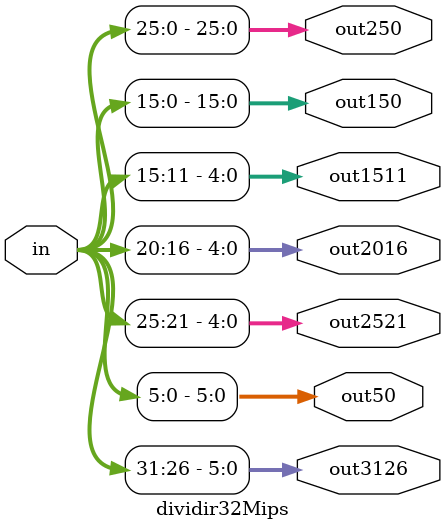
<source format=v>
module dividir32Mips (
       input  [31:0] in,
       output [5:0]  out3126,
       output [5:0]  out50,
       output [4:0]  out2521,
       output [4:0]  out2016,
       output [4:0]  out1511,
       output [15:0] out150,
       output [25:0] out250);
		 
assign out3126 = in[31:26];
assign out50   = in[5:0];
assign out2521 = in[25:21];
assign out2016 = in[20:16];
assign out1511 = in[15:11];
assign out150  = in[15:0];
assign out250 = in[25:0];
endmodule

</source>
